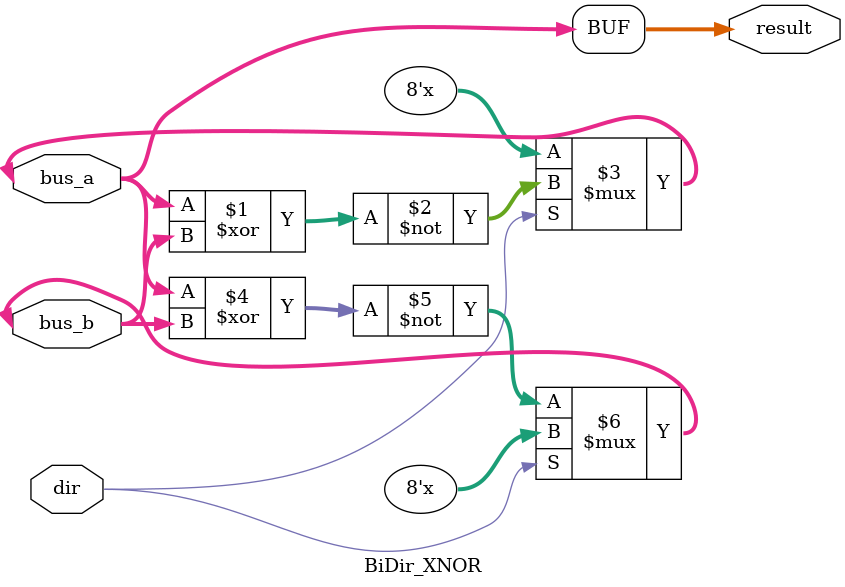
<source format=sv>
module BiDir_XNOR(
    inout [7:0] bus_a, bus_b,
    input dir,
    output [7:0] result
);
    assign bus_a = dir ? ~(bus_a ^ bus_b) : 8'hzz;
    assign bus_b = dir ? 8'hzz : ~(bus_a ^ bus_b);
    assign result = bus_a;
endmodule

</source>
